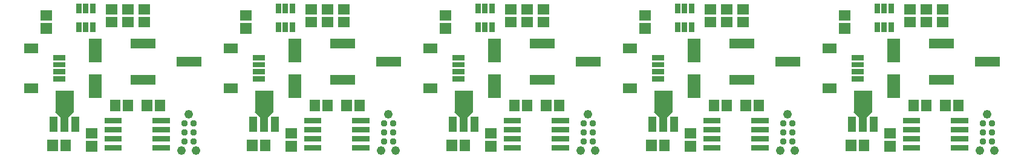
<source format=gbr>
G04 start of page 7 for group -4063 idx -4063 *
G04 Title: (unknown), componentmask *
G04 Creator: pcb 20140316 *
G04 CreationDate: Thu 20 Aug 2020 03:04:10 AM GMT UTC *
G04 For: railfan *
G04 Format: Gerber/RS-274X *
G04 PCB-Dimensions (mil): 5600.00 1200.00 *
G04 PCB-Coordinate-Origin: lower left *
%MOIN*%
%FSLAX25Y25*%
%LNTOPMASK*%
%ADD51R,0.0304X0.0304*%
%ADD50C,0.0370*%
%ADD49R,0.0529X0.0529*%
%ADD48R,0.0300X0.0300*%
%ADD47R,0.0572X0.0572*%
%ADD46C,0.0001*%
%ADD45R,0.1005X0.1005*%
%ADD44R,0.0438X0.0438*%
%ADD43R,0.0690X0.0690*%
%ADD42R,0.0532X0.0532*%
%ADD41R,0.0296X0.0296*%
%ADD40C,0.0490*%
G54D40*X211000Y34500D03*
X215000Y14500D03*
X207000D03*
X321000Y34500D03*
X317000Y14500D03*
X101000Y34500D03*
X105000Y14500D03*
X97000D03*
X325000D03*
X431000Y34500D03*
X541000D03*
X435000Y14500D03*
X545000D03*
X537000D03*
X427000D03*
G54D41*X137630Y65874D02*X141370D01*
X137630Y61937D02*X141370D01*
X137630Y58000D02*X141370D01*
X137630Y54063D02*X141370D01*
G54D42*X123063Y70992D02*X125425D01*
X123063Y48945D02*X125425D01*
G54D43*X159500Y53307D02*Y47008D01*
G54D44*X136594Y31110D02*Y27016D01*
X142500Y38826D02*Y27016D01*
G54D45*Y42450D02*Y40560D01*
G54D46*G36*
X139195Y37679D02*X142459Y34415D01*
X140615Y32571D01*
X137351Y35835D01*
X139195Y37679D01*
G37*
G36*
X142541Y34415D02*X145805Y37679D01*
X147649Y35835D01*
X144385Y32571D01*
X142541Y34415D01*
G37*
G54D44*X148406Y31110D02*Y27016D01*
G54D47*X135957Y17893D02*Y17107D01*
X143043Y17893D02*Y17107D01*
X157107Y24043D02*X157893D01*
X157107Y16957D02*X157893D01*
X170457Y39893D02*Y39107D01*
G54D48*X166000Y31000D02*X172500D01*
X166000Y26000D02*X172500D01*
X166000Y21000D02*X172500D01*
X166000Y16000D02*X172500D01*
G54D47*X177543Y39893D02*Y39107D01*
G54D49*X181748Y53500D02*X190055D01*
G54D47*X187957Y39893D02*Y39107D01*
X195043Y39893D02*Y39107D01*
G54D48*X192500Y16000D02*X199000D01*
X192500Y21000D02*X199000D01*
X192500Y26000D02*X199000D01*
X192500Y31000D02*X199000D01*
G54D50*X208500Y29500D03*
G54D49*X206945Y63500D02*X215252D01*
G54D50*X213500Y29500D03*
Y24500D03*
Y19500D03*
X208500Y24500D03*
Y19500D03*
G54D47*X177107Y92543D02*X177893D01*
X186107D02*X186893D01*
X177107Y85457D02*X177893D01*
X168107D02*X168893D01*
X168107Y92543D02*X168893D01*
X186107Y85457D02*X186893D01*
G54D49*X181748Y73500D02*X190055D01*
G54D43*X159500Y72992D02*Y66693D01*
G54D51*X150520Y83827D02*Y81465D01*
X154260Y83827D02*Y81465D01*
X158000Y83827D02*Y81465D01*
Y94181D02*Y91819D01*
X154260Y94181D02*Y91819D01*
X150520Y94181D02*Y91819D01*
G54D47*X132107Y89043D02*X132893D01*
X132107Y81957D02*X132893D01*
X60457Y39893D02*Y39107D01*
G54D48*X56000Y31000D02*X62500D01*
X56000Y26000D02*X62500D01*
X56000Y21000D02*X62500D01*
X56000Y16000D02*X62500D01*
G54D47*X67543Y39893D02*Y39107D01*
G54D49*X71748Y53500D02*X80055D01*
G54D47*X77957Y39893D02*Y39107D01*
X85043Y39893D02*Y39107D01*
G54D48*X82500Y16000D02*X89000D01*
X82500Y21000D02*X89000D01*
X82500Y26000D02*X89000D01*
X82500Y31000D02*X89000D01*
G54D50*X98500Y29500D03*
G54D49*X96945Y63500D02*X105252D01*
G54D50*X103500Y29500D03*
Y24500D03*
Y19500D03*
X98500Y24500D03*
Y19500D03*
G54D41*X27630Y65874D02*X31370D01*
X27630Y61937D02*X31370D01*
X27630Y58000D02*X31370D01*
X27630Y54063D02*X31370D01*
G54D42*X13063Y70992D02*X15425D01*
X13063Y48945D02*X15425D01*
G54D43*X49500Y53307D02*Y47008D01*
G54D44*X26594Y31110D02*Y27016D01*
X32500Y38826D02*Y27016D01*
G54D45*Y42450D02*Y40560D01*
G54D46*G36*
X29195Y37679D02*X32459Y34415D01*
X30615Y32571D01*
X27351Y35835D01*
X29195Y37679D01*
G37*
G36*
X32541Y34415D02*X35805Y37679D01*
X37649Y35835D01*
X34385Y32571D01*
X32541Y34415D01*
G37*
G54D44*X38406Y31110D02*Y27016D01*
G54D47*X25957Y17893D02*Y17107D01*
X33043Y17893D02*Y17107D01*
X47107Y24043D02*X47893D01*
X47107Y16957D02*X47893D01*
X67107Y92543D02*X67893D01*
X76107D02*X76893D01*
X67107Y85457D02*X67893D01*
X58107D02*X58893D01*
X58107Y92543D02*X58893D01*
X76107Y85457D02*X76893D01*
G54D49*X71748Y73500D02*X80055D01*
G54D43*X49500Y72992D02*Y66693D01*
G54D51*X40520Y83827D02*Y81465D01*
X44260Y83827D02*Y81465D01*
X48000Y83827D02*Y81465D01*
Y94181D02*Y91819D01*
X44260Y94181D02*Y91819D01*
X40520Y94181D02*Y91819D01*
G54D47*X22107Y89043D02*X22893D01*
X22107Y81957D02*X22893D01*
G54D41*X247630Y65874D02*X251370D01*
X247630Y61937D02*X251370D01*
X247630Y58000D02*X251370D01*
X247630Y54063D02*X251370D01*
G54D42*X233063Y70992D02*X235425D01*
X233063Y48945D02*X235425D01*
G54D43*X269500Y53307D02*Y47008D01*
G54D44*X246594Y31110D02*Y27016D01*
X252500Y38826D02*Y27016D01*
G54D45*Y42450D02*Y40560D01*
G54D46*G36*
X249195Y37679D02*X252459Y34415D01*
X250615Y32571D01*
X247351Y35835D01*
X249195Y37679D01*
G37*
G36*
X252541Y34415D02*X255805Y37679D01*
X257649Y35835D01*
X254385Y32571D01*
X252541Y34415D01*
G37*
G54D44*X258406Y31110D02*Y27016D01*
G54D47*X245957Y17893D02*Y17107D01*
X253043Y17893D02*Y17107D01*
X267107Y24043D02*X267893D01*
X267107Y16957D02*X267893D01*
X280457Y39893D02*Y39107D01*
G54D48*X276000Y31000D02*X282500D01*
X276000Y26000D02*X282500D01*
X276000Y21000D02*X282500D01*
X276000Y16000D02*X282500D01*
G54D47*X287543Y39893D02*Y39107D01*
G54D49*X291748Y53500D02*X300055D01*
G54D47*X297957Y39893D02*Y39107D01*
X305043Y39893D02*Y39107D01*
G54D48*X302500Y16000D02*X309000D01*
X302500Y21000D02*X309000D01*
X302500Y26000D02*X309000D01*
X302500Y31000D02*X309000D01*
G54D50*X318500Y29500D03*
G54D49*X316945Y63500D02*X325252D01*
G54D50*X323500Y29500D03*
Y24500D03*
Y19500D03*
X318500Y24500D03*
Y19500D03*
G54D47*X287107Y92543D02*X287893D01*
X296107D02*X296893D01*
X287107Y85457D02*X287893D01*
X278107D02*X278893D01*
X278107Y92543D02*X278893D01*
X296107Y85457D02*X296893D01*
G54D49*X291748Y73500D02*X300055D01*
G54D43*X269500Y72992D02*Y66693D01*
G54D51*X260520Y83827D02*Y81465D01*
X264260Y83827D02*Y81465D01*
X268000Y83827D02*Y81465D01*
Y94181D02*Y91819D01*
X264260Y94181D02*Y91819D01*
X260520Y94181D02*Y91819D01*
G54D47*X242107Y89043D02*X242893D01*
X242107Y81957D02*X242893D01*
G54D41*X357630Y65874D02*X361370D01*
X357630Y61937D02*X361370D01*
X357630Y58000D02*X361370D01*
X357630Y54063D02*X361370D01*
G54D42*X343063Y70992D02*X345425D01*
X343063Y48945D02*X345425D01*
G54D43*X379500Y53307D02*Y47008D01*
G54D44*X356594Y31110D02*Y27016D01*
X362500Y38826D02*Y27016D01*
G54D45*Y42450D02*Y40560D01*
G54D46*G36*
X359195Y37679D02*X362459Y34415D01*
X360615Y32571D01*
X357351Y35835D01*
X359195Y37679D01*
G37*
G36*
X362541Y34415D02*X365805Y37679D01*
X367649Y35835D01*
X364385Y32571D01*
X362541Y34415D01*
G37*
G54D44*X368406Y31110D02*Y27016D01*
G54D47*X355957Y17893D02*Y17107D01*
X363043Y17893D02*Y17107D01*
X377107Y24043D02*X377893D01*
X377107Y16957D02*X377893D01*
X390457Y39893D02*Y39107D01*
G54D48*X386000Y31000D02*X392500D01*
X386000Y26000D02*X392500D01*
X386000Y21000D02*X392500D01*
X386000Y16000D02*X392500D01*
G54D47*X397543Y39893D02*Y39107D01*
G54D49*X401748Y53500D02*X410055D01*
G54D47*X407957Y39893D02*Y39107D01*
X415043Y39893D02*Y39107D01*
G54D48*X412500Y16000D02*X419000D01*
X412500Y21000D02*X419000D01*
X412500Y26000D02*X419000D01*
X412500Y31000D02*X419000D01*
G54D50*X428500Y29500D03*
G54D49*X426945Y63500D02*X435252D01*
G54D50*X433500Y29500D03*
Y24500D03*
Y19500D03*
X428500Y24500D03*
Y19500D03*
G54D47*X397107Y92543D02*X397893D01*
X406107D02*X406893D01*
X397107Y85457D02*X397893D01*
X388107D02*X388893D01*
X388107Y92543D02*X388893D01*
X406107Y85457D02*X406893D01*
G54D49*X401748Y73500D02*X410055D01*
G54D43*X379500Y72992D02*Y66693D01*
G54D51*X370520Y83827D02*Y81465D01*
X374260Y83827D02*Y81465D01*
X378000Y83827D02*Y81465D01*
Y94181D02*Y91819D01*
X374260Y94181D02*Y91819D01*
X370520Y94181D02*Y91819D01*
G54D47*X352107Y89043D02*X352893D01*
X352107Y81957D02*X352893D01*
G54D41*X467630Y65874D02*X471370D01*
X467630Y61937D02*X471370D01*
X467630Y58000D02*X471370D01*
X467630Y54063D02*X471370D01*
G54D42*X453063Y70992D02*X455425D01*
X453063Y48945D02*X455425D01*
G54D43*X489500Y53307D02*Y47008D01*
G54D44*X466594Y31110D02*Y27016D01*
X472500Y38826D02*Y27016D01*
G54D45*Y42450D02*Y40560D01*
G54D46*G36*
X469195Y37679D02*X472459Y34415D01*
X470615Y32571D01*
X467351Y35835D01*
X469195Y37679D01*
G37*
G36*
X472541Y34415D02*X475805Y37679D01*
X477649Y35835D01*
X474385Y32571D01*
X472541Y34415D01*
G37*
G54D44*X478406Y31110D02*Y27016D01*
G54D47*X465957Y17893D02*Y17107D01*
X473043Y17893D02*Y17107D01*
X487107Y24043D02*X487893D01*
X487107Y16957D02*X487893D01*
X500457Y39893D02*Y39107D01*
G54D48*X496000Y31000D02*X502500D01*
X496000Y26000D02*X502500D01*
X496000Y21000D02*X502500D01*
X496000Y16000D02*X502500D01*
G54D47*X507543Y39893D02*Y39107D01*
G54D49*X511748Y53500D02*X520055D01*
G54D47*X517957Y39893D02*Y39107D01*
X525043Y39893D02*Y39107D01*
G54D48*X522500Y16000D02*X529000D01*
X522500Y21000D02*X529000D01*
X522500Y26000D02*X529000D01*
X522500Y31000D02*X529000D01*
G54D50*X538500Y29500D03*
G54D49*X536945Y63500D02*X545252D01*
G54D50*X543500Y29500D03*
Y24500D03*
Y19500D03*
X538500Y24500D03*
Y19500D03*
G54D47*X507107Y92543D02*X507893D01*
X516107D02*X516893D01*
X507107Y85457D02*X507893D01*
X498107D02*X498893D01*
X498107Y92543D02*X498893D01*
X516107Y85457D02*X516893D01*
G54D49*X511748Y73500D02*X520055D01*
G54D43*X489500Y72992D02*Y66693D01*
G54D51*X480520Y83827D02*Y81465D01*
X484260Y83827D02*Y81465D01*
X488000Y83827D02*Y81465D01*
Y94181D02*Y91819D01*
X484260Y94181D02*Y91819D01*
X480520Y94181D02*Y91819D01*
G54D47*X462107Y89043D02*X462893D01*
X462107Y81957D02*X462893D01*
M02*

</source>
